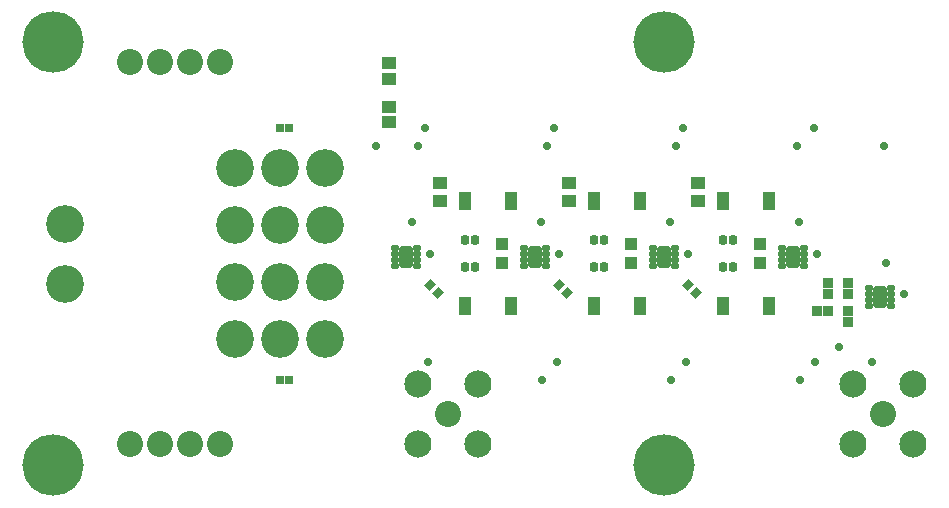
<source format=gts>
G04*
G04 #@! TF.GenerationSoftware,Altium Limited,Altium Designer,22.10.1 (41)*
G04*
G04 Layer_Color=8388736*
%FSLAX44Y44*%
%MOMM*%
G71*
G04*
G04 #@! TF.SameCoordinates,7D2A880A-0552-440C-8A1C-2383AA23BDA6*
G04*
G04*
G04 #@! TF.FilePolarity,Negative*
G04*
G01*
G75*
%ADD26R,0.8532X0.9032*%
%ADD27R,0.9032X0.8532*%
G04:AMPARAMS|DCode=28|XSize=0.7032mm|YSize=0.4532mm|CornerRadius=0.1516mm|HoleSize=0mm|Usage=FLASHONLY|Rotation=0.000|XOffset=0mm|YOffset=0mm|HoleType=Round|Shape=RoundedRectangle|*
%AMROUNDEDRECTD28*
21,1,0.7032,0.1500,0,0,0.0*
21,1,0.4000,0.4532,0,0,0.0*
1,1,0.3032,0.2000,-0.0750*
1,1,0.3032,-0.2000,-0.0750*
1,1,0.3032,-0.2000,0.0750*
1,1,0.3032,0.2000,0.0750*
%
%ADD28ROUNDEDRECTD28*%
G04:AMPARAMS|DCode=29|XSize=1.1032mm|YSize=1.8032mm|CornerRadius=0.1511mm|HoleSize=0mm|Usage=FLASHONLY|Rotation=0.000|XOffset=0mm|YOffset=0mm|HoleType=Round|Shape=RoundedRectangle|*
%AMROUNDEDRECTD29*
21,1,1.1032,1.5010,0,0,0.0*
21,1,0.8010,1.8032,0,0,0.0*
1,1,0.3022,0.4005,-0.7505*
1,1,0.3022,-0.4005,-0.7505*
1,1,0.3022,-0.4005,0.7505*
1,1,0.3022,0.4005,0.7505*
%
%ADD29ROUNDEDRECTD29*%
%ADD30R,1.1332X0.9932*%
%ADD31R,1.1732X1.1032*%
%ADD32R,1.1032X1.6032*%
%ADD33R,1.1532X1.0032*%
%ADD34R,0.7232X0.7232*%
G04:AMPARAMS|DCode=35|XSize=0.7132mm|YSize=0.8032mm|CornerRadius=0mm|HoleSize=0mm|Usage=FLASHONLY|Rotation=315.000|XOffset=0mm|YOffset=0mm|HoleType=Round|Shape=Rectangle|*
%AMROTATEDRECTD35*
4,1,4,-0.5361,-0.0318,0.0318,0.5361,0.5361,0.0318,-0.0318,-0.5361,-0.5361,-0.0318,0.0*
%
%ADD35ROTATEDRECTD35*%

G04:AMPARAMS|DCode=36|XSize=0.8032mm|YSize=0.7432mm|CornerRadius=0.2447mm|HoleSize=0mm|Usage=FLASHONLY|Rotation=270.000|XOffset=0mm|YOffset=0mm|HoleType=Round|Shape=RoundedRectangle|*
%AMROUNDEDRECTD36*
21,1,0.8032,0.2538,0,0,270.0*
21,1,0.3138,0.7432,0,0,270.0*
1,1,0.4894,-0.1269,-0.1569*
1,1,0.4894,-0.1269,0.1569*
1,1,0.4894,0.1269,0.1569*
1,1,0.4894,0.1269,-0.1569*
%
%ADD36ROUNDEDRECTD36*%
%ADD37C,3.2032*%
%ADD38C,5.2032*%
%ADD39C,2.2032*%
%ADD40C,2.3032*%
%ADD41C,0.5000*%
%ADD42C,0.7112*%
D26*
X656260Y144780D02*
D03*
Y154280D02*
D03*
X672770D02*
D03*
Y144780D02*
D03*
Y130810D02*
D03*
Y121310D02*
D03*
D27*
X655930Y130810D02*
D03*
X646430D02*
D03*
D28*
X690270Y149740D02*
D03*
Y144740D02*
D03*
Y139740D02*
D03*
Y134740D02*
D03*
X709270D02*
D03*
Y139740D02*
D03*
Y144740D02*
D03*
Y149740D02*
D03*
X307950Y184030D02*
D03*
Y179030D02*
D03*
Y174030D02*
D03*
Y169030D02*
D03*
X288950D02*
D03*
Y174030D02*
D03*
Y179030D02*
D03*
Y184030D02*
D03*
X417170D02*
D03*
Y179030D02*
D03*
Y174030D02*
D03*
Y169030D02*
D03*
X398170D02*
D03*
Y174030D02*
D03*
Y179030D02*
D03*
Y184030D02*
D03*
X526390D02*
D03*
Y179030D02*
D03*
Y174030D02*
D03*
Y169030D02*
D03*
X507390D02*
D03*
Y174030D02*
D03*
Y179030D02*
D03*
Y184030D02*
D03*
X635610D02*
D03*
Y179030D02*
D03*
Y174030D02*
D03*
Y169030D02*
D03*
X616610D02*
D03*
Y174030D02*
D03*
Y179030D02*
D03*
Y184030D02*
D03*
D29*
X699770Y142240D02*
D03*
X298450Y176530D02*
D03*
X407670D02*
D03*
X516890D02*
D03*
X626110D02*
D03*
D30*
X379730Y187270D02*
D03*
Y170870D02*
D03*
X598170Y187270D02*
D03*
Y170870D02*
D03*
X488950D02*
D03*
Y187270D02*
D03*
D31*
X327660Y223520D02*
D03*
Y238720D02*
D03*
X546100Y223520D02*
D03*
Y238720D02*
D03*
X436880D02*
D03*
Y223520D02*
D03*
D32*
X387800Y134620D02*
D03*
X348800D02*
D03*
X458020Y223520D02*
D03*
X497020D02*
D03*
X458020Y134620D02*
D03*
X497020D02*
D03*
X606240D02*
D03*
X567240D02*
D03*
X606240Y223520D02*
D03*
X567240D02*
D03*
X348800D02*
D03*
X387800D02*
D03*
D33*
X284480Y303530D02*
D03*
Y290530D02*
D03*
Y340360D02*
D03*
Y327360D02*
D03*
D34*
X191770Y72390D02*
D03*
X199770D02*
D03*
Y285750D02*
D03*
X191770D02*
D03*
D35*
X537210Y152400D02*
D03*
X543786Y145824D02*
D03*
X427990Y152400D02*
D03*
X434566Y145824D02*
D03*
X318770Y152400D02*
D03*
X325346Y145824D02*
D03*
D36*
X567200Y190500D02*
D03*
X575800D02*
D03*
X567200Y167640D02*
D03*
X575800D02*
D03*
X357360Y190500D02*
D03*
X348760D02*
D03*
X466580D02*
D03*
X457980D02*
D03*
X466580Y167640D02*
D03*
X457980D02*
D03*
X357360D02*
D03*
X348760D02*
D03*
D37*
X10160Y153670D02*
D03*
Y204470D02*
D03*
X229870Y251460D02*
D03*
X191770D02*
D03*
X153670D02*
D03*
X229870Y203200D02*
D03*
X191770D02*
D03*
X153670D02*
D03*
X229870Y154940D02*
D03*
X191770D02*
D03*
X153670D02*
D03*
X229870Y106680D02*
D03*
X191770D02*
D03*
X153670D02*
D03*
D38*
X516890Y358140D02*
D03*
X0D02*
D03*
Y0D02*
D03*
X516890D02*
D03*
D39*
X702310Y43180D02*
D03*
X140970Y17780D02*
D03*
X115570D02*
D03*
X90170D02*
D03*
X64770D02*
D03*
X334010Y43180D02*
D03*
X140970Y341630D02*
D03*
X115570D02*
D03*
X90170D02*
D03*
X64770D02*
D03*
D40*
X676910Y17780D02*
D03*
Y68580D02*
D03*
X727710D02*
D03*
Y17780D02*
D03*
X308610D02*
D03*
Y68580D02*
D03*
X359410D02*
D03*
Y17780D02*
D03*
D41*
X699770Y147740D02*
D03*
Y136740D02*
D03*
X298450Y171030D02*
D03*
Y182030D02*
D03*
X407670Y171030D02*
D03*
Y182030D02*
D03*
X516890Y171030D02*
D03*
Y182030D02*
D03*
X626110Y171030D02*
D03*
Y182030D02*
D03*
D42*
X646390Y179050D02*
D03*
X537170D02*
D03*
X273050Y270510D02*
D03*
X308610D02*
D03*
X414020Y72390D02*
D03*
X314960Y285750D02*
D03*
X424180D02*
D03*
X533400D02*
D03*
X643890D02*
D03*
X632460Y72390D02*
D03*
X523240D02*
D03*
X665480Y100330D02*
D03*
X693420Y87630D02*
D03*
X720070Y144760D02*
D03*
X535940Y87630D02*
D03*
X645160D02*
D03*
X426720D02*
D03*
X317500D02*
D03*
X631190Y205740D02*
D03*
X521970D02*
D03*
X412750D02*
D03*
X527050Y270510D02*
D03*
X417830D02*
D03*
X703580D02*
D03*
X303530Y205740D02*
D03*
X427950Y179050D02*
D03*
X318770Y178910D02*
D03*
X704850Y171450D02*
D03*
X629920Y270510D02*
D03*
M02*

</source>
